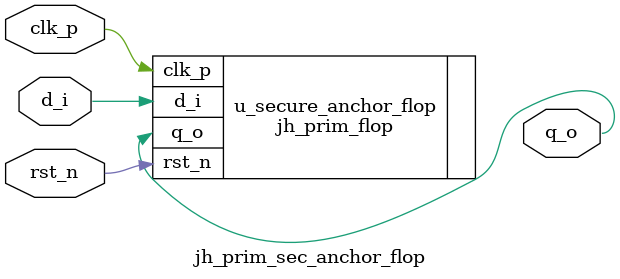
<source format=sv>

`include "jh_prim_assert.svh"

module jh_prim_sec_anchor_flop #(
  parameter int               Width      = 1,
  parameter logic [Width-1:0] ResetValue = 0
) (
  input                    clk_p,
  input                    rst_n,
  input        [Width-1:0] d_i,
  output logic [Width-1:0] q_o
);

  jh_prim_flop #(
    .Width(Width),
    .ResetValue(ResetValue)
  ) u_secure_anchor_flop (
    .clk_p,
    .rst_n,
    .d_i,
    .q_o
  );

endmodule

</source>
